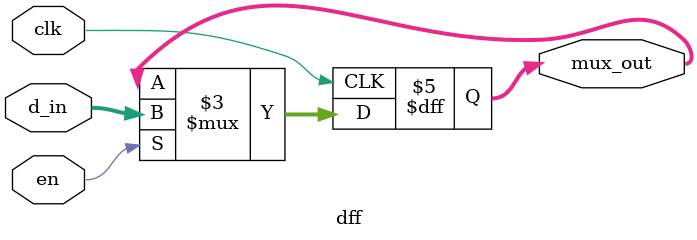
<source format=sv>
module dff(
    input clk,
    input en,
    input wire [15:0] d_in,

    output wire [15:0] mux_out

);
    always @(posedge clk) begin
        if(en) begin
            mux_out <= d_in;
        end
        else begin
            mux_out <= mux_out;
        end
    end
endmodule
</source>
